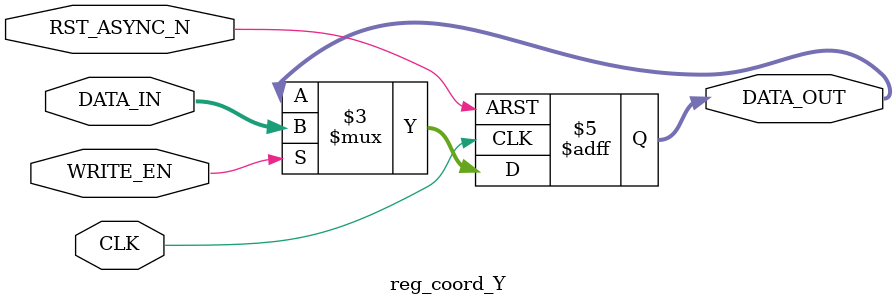
<source format=v>
/*-----------------------------------------------------------------------------------
* File: reg_coord_Y.v
* Date generated: 25/03/2023
* Date modified: 10/05/2023
* Author: Bruna Suemi Nagai
* Description: Stores the upper-left (first) vertical coordenate component of the block of pixels
*----------------------------------------------------------------------------------- */

module reg_coord_Y (
    CLK,
    RST_ASYNC_N, 
    WRITE_EN,
    DATA_IN,  
    DATA_OUT
);


// ------------------------------------------
// IO declaration
// ------------------------------------------
    input CLK;                              // Clock
    input RST_ASYNC_N;						// Asynchronous reset
    input WRITE_EN;							// Enables writing
    input signed [7:0] DATA_IN;			// Data in
    output reg signed [7:0] DATA_OUT;	    // Data out
    

// ------------------------------------------
// Sequential logic
// ------------------------------------------
always @(posedge CLK, negedge RST_ASYNC_N) begin
if (!RST_ASYNC_N)                        // If rst async is low
    begin
            DATA_OUT <= 8'b0;
    end
    
    else if (WRITE_EN) 		 			    // If write enable is high
    begin
        DATA_OUT <= DATA_IN; 			    // Write data to the register at the specified address
    end 
end

endmodule // reg_coord_Y
    
</source>
